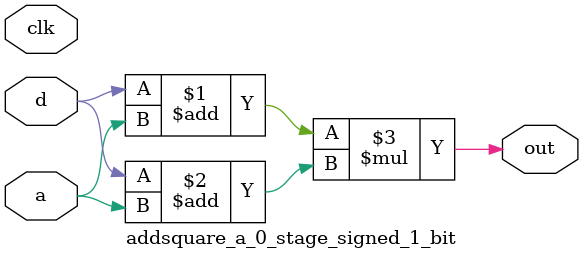
<source format=sv>
(* use_dsp = "yes" *) module addsquare_a_0_stage_signed_1_bit(
	input signed [0:0] a,
	input signed [0:0] d,
	output [0:0] out,
	input clk);

	assign out = (d + a) * (d + a);
endmodule

</source>
